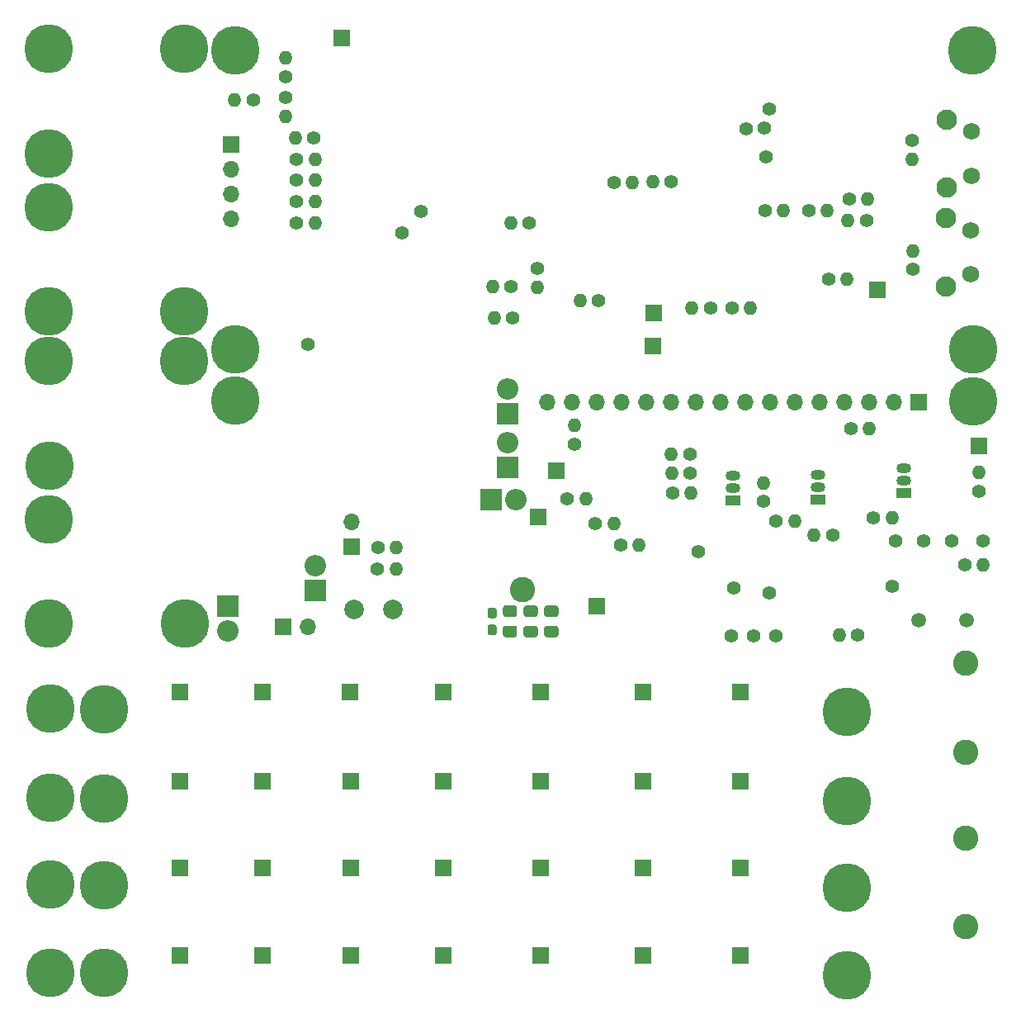
<source format=gbr>
%TF.GenerationSoftware,KiCad,Pcbnew,5.1.8-5.1.8*%
%TF.CreationDate,2022-01-30T02:40:23+08:00*%
%TF.ProjectId,lcr_2,6c63725f-322e-46b6-9963-61645f706362,rev?*%
%TF.SameCoordinates,Original*%
%TF.FileFunction,Soldermask,Bot*%
%TF.FilePolarity,Negative*%
%FSLAX46Y46*%
G04 Gerber Fmt 4.6, Leading zero omitted, Abs format (unit mm)*
G04 Created by KiCad (PCBNEW 5.1.8-5.1.8) date 2022-01-30 02:40:23*
%MOMM*%
%LPD*%
G01*
G04 APERTURE LIST*
%ADD10C,5.000000*%
%ADD11C,1.400000*%
%ADD12R,1.700000X1.700000*%
%ADD13C,2.600000*%
%ADD14C,2.100000*%
%ADD15C,1.750000*%
%ADD16O,1.700000X1.700000*%
%ADD17C,1.500000*%
%ADD18O,1.400000X1.400000*%
%ADD19R,1.500000X1.050000*%
%ADD20O,1.500000X1.050000*%
%ADD21C,2.000000*%
%ADD22O,2.200000X2.200000*%
%ADD23R,2.200000X2.200000*%
G04 APERTURE END LIST*
D10*
%TO.C,REF\u002A\u002A*%
X80580000Y-101740000D03*
%TD*%
%TO.C,REF\u002A\u002A*%
X80580000Y-85520000D03*
%TD*%
%TO.C,REF\u002A\u002A*%
X80600000Y-96240000D03*
%TD*%
%TO.C,REF\u002A\u002A*%
X94470000Y-85490000D03*
%TD*%
%TO.C,REF\u002A\u002A*%
X94480000Y-112420000D03*
%TD*%
%TO.C,REF\u002A\u002A*%
X80560000Y-112420000D03*
%TD*%
%TO.C,REF\u002A\u002A*%
X94460000Y-53500000D03*
%TD*%
%TO.C,REF\u002A\u002A*%
X80570000Y-53530000D03*
%TD*%
%TO.C,REF\u002A\u002A*%
X94470000Y-80430000D03*
%TD*%
D11*
%TO.C,REF\u002A\u002A*%
X154150000Y-64640000D03*
%TD*%
D12*
%TO.C,J1*%
X142600000Y-80590000D03*
%TD*%
%TO.C,J2*%
X142560000Y-83970000D03*
%TD*%
D13*
%TO.C,REF\u002A\u002A*%
X174590000Y-116480000D03*
%TD*%
D10*
%TO.C,REF\u002A\u002A*%
X162400000Y-121490000D03*
%TD*%
D12*
%TO.C,REF\u002A\u002A*%
X93980000Y-119480000D03*
%TD*%
%TO.C,REF\u002A\u002A*%
X102480000Y-119480000D03*
%TD*%
%TO.C,REF\u002A\u002A*%
X120980000Y-119480000D03*
%TD*%
%TO.C,REF\u002A\u002A*%
X130980000Y-119480000D03*
%TD*%
%TO.C,REF\u002A\u002A*%
X111480000Y-119480000D03*
%TD*%
%TO.C,REF\u002A\u002A*%
X141480000Y-119480000D03*
%TD*%
D10*
%TO.C,REF\u002A\u002A*%
X86190000Y-121280000D03*
%TD*%
%TO.C,REF\u002A\u002A*%
X80720000Y-121210000D03*
%TD*%
D12*
%TO.C,REF\u002A\u002A*%
X151480000Y-119480000D03*
%TD*%
%TO.C,REF\u002A\u002A*%
X111510000Y-128620000D03*
%TD*%
D10*
%TO.C,REF\u002A\u002A*%
X86220000Y-130420000D03*
%TD*%
%TO.C,REF\u002A\u002A*%
X162430000Y-130630000D03*
%TD*%
D12*
%TO.C,REF\u002A\u002A*%
X131010000Y-128620000D03*
%TD*%
%TO.C,REF\u002A\u002A*%
X151510000Y-128620000D03*
%TD*%
%TO.C,REF\u002A\u002A*%
X102510000Y-128620000D03*
%TD*%
D13*
%TO.C,REF\u002A\u002A*%
X174620000Y-125620000D03*
%TD*%
D12*
%TO.C,REF\u002A\u002A*%
X94010000Y-128620000D03*
%TD*%
%TO.C,REF\u002A\u002A*%
X121010000Y-128620000D03*
%TD*%
%TO.C,REF\u002A\u002A*%
X141510000Y-128620000D03*
%TD*%
D10*
%TO.C,REF\u002A\u002A*%
X80750000Y-130350000D03*
%TD*%
D12*
%TO.C,REF\u002A\u002A*%
X151500000Y-137500000D03*
%TD*%
D13*
%TO.C,REF\u002A\u002A*%
X174610000Y-134500000D03*
%TD*%
D12*
%TO.C,REF\u002A\u002A*%
X94000000Y-137500000D03*
%TD*%
%TO.C,REF\u002A\u002A*%
X102500000Y-137500000D03*
%TD*%
%TO.C,REF\u002A\u002A*%
X121000000Y-137500000D03*
%TD*%
D10*
%TO.C,REF\u002A\u002A*%
X80740000Y-139230000D03*
%TD*%
D12*
%TO.C,REF\u002A\u002A*%
X111500000Y-137500000D03*
%TD*%
%TO.C,REF\u002A\u002A*%
X141500000Y-137500000D03*
%TD*%
D10*
%TO.C,REF\u002A\u002A*%
X86210000Y-139300000D03*
%TD*%
%TO.C,REF\u002A\u002A*%
X162420000Y-139510000D03*
%TD*%
D12*
%TO.C,REF\u002A\u002A*%
X131000000Y-137500000D03*
%TD*%
D10*
%TO.C,REF\u002A\u002A*%
X80590000Y-64250000D03*
%TD*%
%TO.C,REF\u002A\u002A*%
X80570000Y-69750000D03*
%TD*%
%TO.C,REF\u002A\u002A*%
X80550000Y-80430000D03*
%TD*%
%TO.C,REF\u002A\u002A*%
X86210000Y-148300000D03*
%TD*%
%TO.C,REF\u002A\u002A*%
X80740000Y-148230000D03*
%TD*%
D12*
%TO.C,REF\u002A\u002A*%
X151500000Y-146500000D03*
%TD*%
%TO.C,REF\u002A\u002A*%
X141500000Y-146500000D03*
%TD*%
%TO.C,REF\u002A\u002A*%
X131000000Y-146500000D03*
%TD*%
%TO.C,REF\u002A\u002A*%
X121000000Y-146500000D03*
%TD*%
%TO.C,REF\u002A\u002A*%
X111500000Y-146500000D03*
%TD*%
%TO.C,REF\u002A\u002A*%
X102500000Y-146500000D03*
%TD*%
%TO.C,REF\u002A\u002A*%
X94000000Y-146500000D03*
%TD*%
D13*
%TO.C,REF\u002A\u002A*%
X174610000Y-143500000D03*
%TD*%
D12*
%TO.C,J3*%
X165580000Y-78270000D03*
%TD*%
D11*
%TO.C,REF\u002A\u002A*%
X154450000Y-59730000D03*
%TD*%
%TO.C,REF\u002A\u002A*%
X153980000Y-61660000D03*
%TD*%
%TO.C,REF\u002A\u002A*%
X152070000Y-61760000D03*
%TD*%
D14*
%TO.C,SW2*%
X172692000Y-60769000D03*
D15*
X175182000Y-62019000D03*
X175182000Y-66519000D03*
D14*
X172692000Y-67779000D03*
%TD*%
%TO.C,SW1*%
X172593000Y-70883000D03*
D15*
X175083000Y-72133000D03*
X175083000Y-76633000D03*
D14*
X172593000Y-77893000D03*
%TD*%
D11*
%TO.C,REF\u002A\u002A*%
X107153000Y-83863000D03*
%TD*%
%TO.C,REF\u002A\u002A*%
X118693000Y-70175000D03*
%TD*%
%TO.C,REF\u002A\u002A*%
X116780000Y-72379000D03*
%TD*%
D12*
%TO.C,J7*%
X110640000Y-52408000D03*
%TD*%
D16*
%TO.C,REF\u002A\u002A*%
X99224000Y-70929000D03*
X99224000Y-68389000D03*
X99224000Y-65849000D03*
D12*
X99224000Y-63309000D03*
%TD*%
D10*
%TO.C,REF\u002A\u002A*%
X175345000Y-89656000D03*
%TD*%
%TO.C,REF\u002A\u002A*%
X99663000Y-89619000D03*
%TD*%
%TO.C,REF\u002A\u002A*%
X99694000Y-84356000D03*
%TD*%
%TO.C,REF\u002A\u002A*%
X175344000Y-84322000D03*
%TD*%
%TO.C,REF\u002A\u002A*%
X175297000Y-53647000D03*
%TD*%
%TO.C,REF\u002A\u002A*%
X99695000Y-53659000D03*
%TD*%
%TO.C,REF\u002A\u002A*%
X162420000Y-148510000D03*
%TD*%
D13*
%TO.C,REF\u002A\u002A*%
X129121000Y-109017000D03*
%TD*%
%TO.C,C27*%
G36*
G01*
X132582000Y-111788000D02*
X131632000Y-111788000D01*
G75*
G02*
X131382000Y-111538000I0J250000D01*
G01*
X131382000Y-110863000D01*
G75*
G02*
X131632000Y-110613000I250000J0D01*
G01*
X132582000Y-110613000D01*
G75*
G02*
X132832000Y-110863000I0J-250000D01*
G01*
X132832000Y-111538000D01*
G75*
G02*
X132582000Y-111788000I-250000J0D01*
G01*
G37*
G36*
G01*
X132582000Y-113863000D02*
X131632000Y-113863000D01*
G75*
G02*
X131382000Y-113613000I0J250000D01*
G01*
X131382000Y-112938000D01*
G75*
G02*
X131632000Y-112688000I250000J0D01*
G01*
X132582000Y-112688000D01*
G75*
G02*
X132832000Y-112938000I0J-250000D01*
G01*
X132832000Y-113613000D01*
G75*
G02*
X132582000Y-113863000I-250000J0D01*
G01*
G37*
%TD*%
%TO.C,C22*%
G36*
G01*
X130468000Y-111780000D02*
X129518000Y-111780000D01*
G75*
G02*
X129268000Y-111530000I0J250000D01*
G01*
X129268000Y-110855000D01*
G75*
G02*
X129518000Y-110605000I250000J0D01*
G01*
X130468000Y-110605000D01*
G75*
G02*
X130718000Y-110855000I0J-250000D01*
G01*
X130718000Y-111530000D01*
G75*
G02*
X130468000Y-111780000I-250000J0D01*
G01*
G37*
G36*
G01*
X130468000Y-113855000D02*
X129518000Y-113855000D01*
G75*
G02*
X129268000Y-113605000I0J250000D01*
G01*
X129268000Y-112930000D01*
G75*
G02*
X129518000Y-112680000I250000J0D01*
G01*
X130468000Y-112680000D01*
G75*
G02*
X130718000Y-112930000I0J-250000D01*
G01*
X130718000Y-113605000D01*
G75*
G02*
X130468000Y-113855000I-250000J0D01*
G01*
G37*
%TD*%
%TO.C,C31*%
G36*
G01*
X128347000Y-111771000D02*
X127397000Y-111771000D01*
G75*
G02*
X127147000Y-111521000I0J250000D01*
G01*
X127147000Y-110846000D01*
G75*
G02*
X127397000Y-110596000I250000J0D01*
G01*
X128347000Y-110596000D01*
G75*
G02*
X128597000Y-110846000I0J-250000D01*
G01*
X128597000Y-111521000D01*
G75*
G02*
X128347000Y-111771000I-250000J0D01*
G01*
G37*
G36*
G01*
X128347000Y-113846000D02*
X127397000Y-113846000D01*
G75*
G02*
X127147000Y-113596000I0J250000D01*
G01*
X127147000Y-112921000D01*
G75*
G02*
X127397000Y-112671000I250000J0D01*
G01*
X128347000Y-112671000D01*
G75*
G02*
X128597000Y-112921000I0J-250000D01*
G01*
X128597000Y-113596000D01*
G75*
G02*
X128347000Y-113846000I-250000J0D01*
G01*
G37*
%TD*%
%TO.C,C17*%
G36*
G01*
X126263500Y-111923000D02*
X125788500Y-111923000D01*
G75*
G02*
X125551000Y-111685500I0J237500D01*
G01*
X125551000Y-111085500D01*
G75*
G02*
X125788500Y-110848000I237500J0D01*
G01*
X126263500Y-110848000D01*
G75*
G02*
X126501000Y-111085500I0J-237500D01*
G01*
X126501000Y-111685500D01*
G75*
G02*
X126263500Y-111923000I-237500J0D01*
G01*
G37*
G36*
G01*
X126263500Y-113648000D02*
X125788500Y-113648000D01*
G75*
G02*
X125551000Y-113410500I0J237500D01*
G01*
X125551000Y-112810500D01*
G75*
G02*
X125788500Y-112573000I237500J0D01*
G01*
X126263500Y-112573000D01*
G75*
G02*
X126501000Y-112810500I0J-237500D01*
G01*
X126501000Y-113410500D01*
G75*
G02*
X126263500Y-113648000I-237500J0D01*
G01*
G37*
%TD*%
D11*
%TO.C,REF\u002A\u002A*%
X176352000Y-104019000D03*
%TD*%
%TO.C,REF\u002A\u002A*%
X173201000Y-104001000D03*
%TD*%
%TO.C,REF\u002A\u002A*%
X170316000Y-103985000D03*
%TD*%
%TO.C,REF\u002A\u002A*%
X167447000Y-103985000D03*
%TD*%
%TO.C,REF\u002A\u002A*%
X150830000Y-108790000D03*
%TD*%
%TO.C,REF\u002A\u002A*%
X147144000Y-105098000D03*
%TD*%
%TO.C,REF\u002A\u002A*%
X167084000Y-108634000D03*
%TD*%
%TO.C,REF\u002A\u002A*%
X154450000Y-109331000D03*
%TD*%
%TO.C,REF\u002A\u002A*%
X150555000Y-113691000D03*
%TD*%
%TO.C,REF\u002A\u002A*%
X152885000Y-113712000D03*
%TD*%
%TO.C,REF\u002A\u002A*%
X155162000Y-113683000D03*
%TD*%
D12*
%TO.C,J7*%
X175945000Y-94237000D03*
%TD*%
D16*
%TO.C,DS1*%
X131660000Y-89750000D03*
X134200000Y-89750000D03*
X136740000Y-89750000D03*
X139280000Y-89750000D03*
X141820000Y-89750000D03*
X144360000Y-89750000D03*
X146900000Y-89750000D03*
X149440000Y-89750000D03*
X151980000Y-89750000D03*
X154520000Y-89750000D03*
X157060000Y-89750000D03*
X159600000Y-89750000D03*
X162140000Y-89750000D03*
X164680000Y-89750000D03*
X167220000Y-89750000D03*
D12*
X169760000Y-89750000D03*
%TD*%
%TO.C,J2*%
X130755000Y-101511000D03*
%TD*%
%TO.C,J1*%
X132641000Y-96771000D03*
%TD*%
D17*
%TO.C,Y1*%
X169797000Y-112136000D03*
X174677000Y-112136000D03*
%TD*%
D18*
%TO.C,R52*%
X134496000Y-92144000D03*
D11*
X134496000Y-94044000D03*
%TD*%
D18*
%TO.C,R51*%
X164735000Y-92467000D03*
D11*
X162835000Y-92467000D03*
%TD*%
D18*
%TO.C,R50*%
X169196000Y-74252000D03*
D11*
X169196000Y-76152000D03*
%TD*%
D18*
%TO.C,R49*%
X169090000Y-64844000D03*
D11*
X169090000Y-62944000D03*
%TD*%
D18*
%TO.C,R48*%
X161659000Y-113674000D03*
D11*
X163559000Y-113674000D03*
%TD*%
D18*
%TO.C,R47*%
X141099000Y-104415000D03*
D11*
X139199000Y-104415000D03*
%TD*%
D18*
%TO.C,R46*%
X135655000Y-99676000D03*
D11*
X133755000Y-99676000D03*
%TD*%
D18*
%TO.C,R45*%
X138518000Y-102205000D03*
D11*
X136618000Y-102205000D03*
%TD*%
D18*
%TO.C,R44*%
X162541000Y-71094000D03*
D11*
X164441000Y-71094000D03*
%TD*%
D18*
%TO.C,R43*%
X164537000Y-68901000D03*
D11*
X162637000Y-68901000D03*
%TD*%
D18*
%TO.C,R42*%
X176421000Y-106419000D03*
D11*
X174521000Y-106419000D03*
%TD*%
D18*
%TO.C,R37*%
X152553000Y-80135000D03*
D11*
X150653000Y-80135000D03*
%TD*%
D18*
%TO.C,R35*%
X146538000Y-80123000D03*
D11*
X148438000Y-80123000D03*
%TD*%
D18*
%TO.C,R32*%
X140421000Y-67254000D03*
D11*
X138521000Y-67254000D03*
%TD*%
D18*
%TO.C,R30*%
X142498000Y-67150000D03*
D11*
X144398000Y-67150000D03*
%TD*%
D18*
%TO.C,R28*%
X155920000Y-70083000D03*
D11*
X154020000Y-70083000D03*
%TD*%
D18*
%TO.C,R27*%
X135039000Y-79377000D03*
D11*
X136939000Y-79377000D03*
%TD*%
D18*
%TO.C,R26*%
X130649000Y-77970000D03*
D11*
X130649000Y-76070000D03*
%TD*%
D18*
%TO.C,R25*%
X146419000Y-99051000D03*
D11*
X144519000Y-99051000D03*
%TD*%
D18*
%TO.C,R24*%
X126242000Y-81081000D03*
D11*
X128142000Y-81081000D03*
%TD*%
D18*
%TO.C,R23*%
X126075000Y-77920000D03*
D11*
X127975000Y-77920000D03*
%TD*%
D18*
%TO.C,R22*%
X159052000Y-103353000D03*
D11*
X160952000Y-103353000D03*
%TD*%
D18*
%TO.C,R21*%
X160430000Y-70117000D03*
D11*
X158530000Y-70117000D03*
%TD*%
D18*
%TO.C,R20*%
X144434000Y-97072000D03*
D11*
X146334000Y-97072000D03*
%TD*%
D18*
%TO.C,R19*%
X157083000Y-101963000D03*
D11*
X155183000Y-101963000D03*
%TD*%
D18*
%TO.C,R18*%
X162462000Y-77153000D03*
D11*
X160562000Y-77153000D03*
%TD*%
D18*
%TO.C,R17*%
X127966000Y-71421000D03*
D11*
X129866000Y-71421000D03*
%TD*%
D18*
%TO.C,R16*%
X116185000Y-106839000D03*
D11*
X114285000Y-106839000D03*
%TD*%
D18*
%TO.C,R15*%
X144420000Y-95123000D03*
D11*
X146320000Y-95123000D03*
%TD*%
D18*
%TO.C,R14*%
X167042000Y-101643000D03*
D11*
X165142000Y-101643000D03*
%TD*%
D18*
%TO.C,R13*%
X116198000Y-104657000D03*
D11*
X114298000Y-104657000D03*
%TD*%
D18*
%TO.C,R12*%
X153862000Y-98013000D03*
D11*
X153862000Y-99913000D03*
%TD*%
D18*
%TO.C,R11*%
X105852000Y-62644000D03*
D11*
X107752000Y-62644000D03*
%TD*%
D18*
%TO.C,R10*%
X175928000Y-96976000D03*
D11*
X175928000Y-98876000D03*
%TD*%
D18*
%TO.C,R9*%
X107887000Y-69173000D03*
D11*
X105987000Y-69173000D03*
%TD*%
D18*
%TO.C,R8*%
X107884000Y-66981000D03*
D11*
X105984000Y-66981000D03*
%TD*%
D18*
%TO.C,R7*%
X104844000Y-60443000D03*
D11*
X104844000Y-58543000D03*
%TD*%
D18*
%TO.C,R4*%
X107892000Y-71363000D03*
D11*
X105992000Y-71363000D03*
%TD*%
D18*
%TO.C,R3*%
X104844000Y-54461000D03*
D11*
X104844000Y-56361000D03*
%TD*%
D18*
%TO.C,R2*%
X107864000Y-64830000D03*
D11*
X105964000Y-64830000D03*
%TD*%
D18*
%TO.C,R1*%
X99606000Y-58775000D03*
D11*
X101506000Y-58775000D03*
%TD*%
D19*
%TO.C,Q3*%
X150704000Y-99813000D03*
D20*
X150704000Y-97273000D03*
X150704000Y-98543000D03*
%TD*%
D19*
%TO.C,Q2*%
X159468000Y-99748000D03*
D20*
X159468000Y-97208000D03*
X159468000Y-98478000D03*
%TD*%
D19*
%TO.C,Q1*%
X168296000Y-99110000D03*
D20*
X168296000Y-96570000D03*
X168296000Y-97840000D03*
%TD*%
D21*
%TO.C,L1*%
X111836000Y-111011000D03*
X115836000Y-111011000D03*
%TD*%
D12*
%TO.C,J3*%
X136742000Y-110649000D03*
%TD*%
D22*
%TO.C,D7*%
X127600000Y-88363000D03*
D23*
X127600000Y-90903000D03*
%TD*%
D22*
%TO.C,D5*%
X127665000Y-93877000D03*
D23*
X127665000Y-96417000D03*
%TD*%
D16*
%TO.C,SW3*%
X111612000Y-102044000D03*
D12*
X111612000Y-104584000D03*
%TD*%
D22*
%TO.C,D10*%
X128441000Y-99745000D03*
D23*
X125901000Y-99745000D03*
%TD*%
D22*
%TO.C,D9*%
X107877000Y-106544000D03*
D23*
X107877000Y-109084000D03*
%TD*%
D22*
%TO.C,D8*%
X98939000Y-113172000D03*
D23*
X98939000Y-110632000D03*
%TD*%
D16*
%TO.C,BT1*%
X107116000Y-112801000D03*
D12*
X104576000Y-112801000D03*
%TD*%
M02*

</source>
